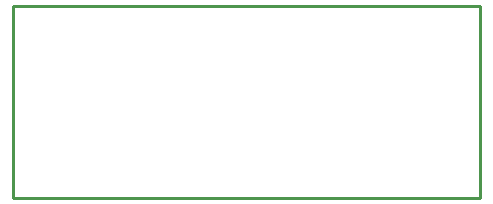
<source format=gko>
G04 Layer_Color=16711935*
%FSLAX44Y44*%
%MOMM*%
G71*
G01*
G75*
%ADD27C,0.2540*%
D27*
X695000Y487500D02*
Y650000D01*
Y487500D02*
X1090000D01*
Y650000D01*
X695000D02*
X1090000D01*
M02*

</source>
